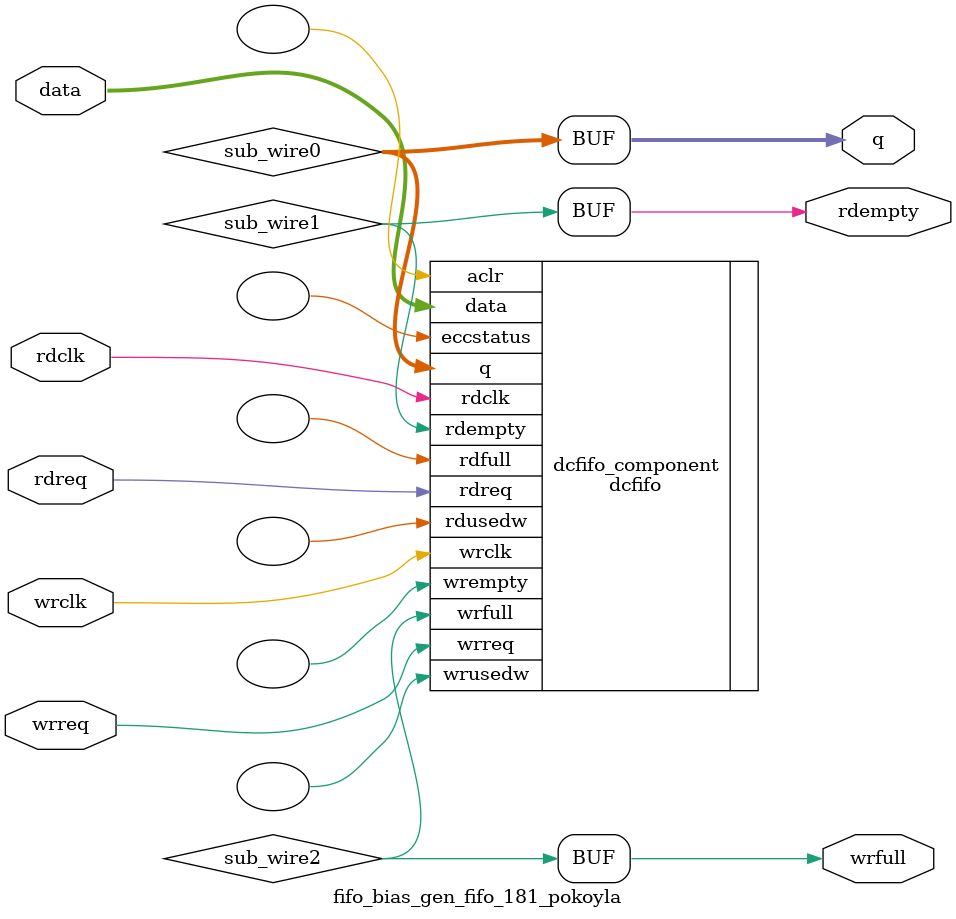
<source format=v>



`timescale 1 ps / 1 ps
// synopsys translate_on
module  fifo_bias_gen_fifo_181_pokoyla  (
    data,
    rdclk,
    rdreq,
    wrclk,
    wrreq,
    q,
    rdempty,
    wrfull);

    input  [511:0]  data;
    input    rdclk;
    input    rdreq;
    input    wrclk;
    input    wrreq;
    output [511:0]  q;
    output   rdempty;
    output   wrfull;

    wire [511:0] sub_wire0;
    wire  sub_wire1;
    wire  sub_wire2;
    wire [511:0] q = sub_wire0[511:0];
    wire  rdempty = sub_wire1;
    wire  wrfull = sub_wire2;

    dcfifo  dcfifo_component (
                .data (data),
                .rdclk (rdclk),
                .rdreq (rdreq),
                .wrclk (wrclk),
                .wrreq (wrreq),
                .q (sub_wire0),
                .rdempty (sub_wire1),
                .wrfull (sub_wire2),
                .aclr (),
                .eccstatus (),
                .rdfull (),
                .rdusedw (),
                .wrempty (),
                .wrusedw ());
    defparam
        dcfifo_component.enable_ecc  = "FALSE",
        dcfifo_component.intended_device_family  = "Arria 10",
        dcfifo_component.lpm_hint  = "DISABLE_DCFIFO_EMBEDDED_TIMING_CONSTRAINT=TRUE",
        dcfifo_component.lpm_numwords  = 64,
        dcfifo_component.lpm_showahead  = "OFF",
        dcfifo_component.lpm_type  = "dcfifo",
        dcfifo_component.lpm_width  = 512,
        dcfifo_component.lpm_widthu  = 6,
        dcfifo_component.overflow_checking  = "ON",
        dcfifo_component.rdsync_delaypipe  = 4,
        dcfifo_component.underflow_checking  = "ON",
        dcfifo_component.use_eab  = "ON",
        dcfifo_component.wrsync_delaypipe  = 4;


endmodule



</source>
